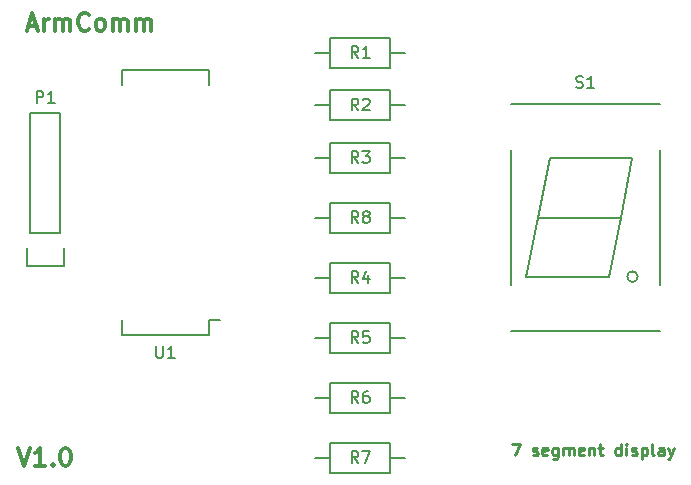
<source format=gto>
G04 #@! TF.FileFunction,Legend,Top*
%FSLAX46Y46*%
G04 Gerber Fmt 4.6, Leading zero omitted, Abs format (unit mm)*
G04 Created by KiCad (PCBNEW 4.0.1-stable) date 2016 September 03, Saturday 14:12:43*
%MOMM*%
G01*
G04 APERTURE LIST*
%ADD10C,0.100000*%
%ADD11C,0.300000*%
%ADD12C,0.250000*%
%ADD13C,0.150000*%
G04 APERTURE END LIST*
D10*
D11*
X111590000Y-87880000D02*
X112304286Y-87880000D01*
X111447143Y-88308571D02*
X111947143Y-86808571D01*
X112447143Y-88308571D01*
X112947143Y-88308571D02*
X112947143Y-87308571D01*
X112947143Y-87594286D02*
X113018571Y-87451429D01*
X113090000Y-87380000D01*
X113232857Y-87308571D01*
X113375714Y-87308571D01*
X113875714Y-88308571D02*
X113875714Y-87308571D01*
X113875714Y-87451429D02*
X113947142Y-87380000D01*
X114090000Y-87308571D01*
X114304285Y-87308571D01*
X114447142Y-87380000D01*
X114518571Y-87522857D01*
X114518571Y-88308571D01*
X114518571Y-87522857D02*
X114590000Y-87380000D01*
X114732857Y-87308571D01*
X114947142Y-87308571D01*
X115090000Y-87380000D01*
X115161428Y-87522857D01*
X115161428Y-88308571D01*
X116732857Y-88165714D02*
X116661428Y-88237143D01*
X116447142Y-88308571D01*
X116304285Y-88308571D01*
X116090000Y-88237143D01*
X115947142Y-88094286D01*
X115875714Y-87951429D01*
X115804285Y-87665714D01*
X115804285Y-87451429D01*
X115875714Y-87165714D01*
X115947142Y-87022857D01*
X116090000Y-86880000D01*
X116304285Y-86808571D01*
X116447142Y-86808571D01*
X116661428Y-86880000D01*
X116732857Y-86951429D01*
X117590000Y-88308571D02*
X117447142Y-88237143D01*
X117375714Y-88165714D01*
X117304285Y-88022857D01*
X117304285Y-87594286D01*
X117375714Y-87451429D01*
X117447142Y-87380000D01*
X117590000Y-87308571D01*
X117804285Y-87308571D01*
X117947142Y-87380000D01*
X118018571Y-87451429D01*
X118090000Y-87594286D01*
X118090000Y-88022857D01*
X118018571Y-88165714D01*
X117947142Y-88237143D01*
X117804285Y-88308571D01*
X117590000Y-88308571D01*
X118732857Y-88308571D02*
X118732857Y-87308571D01*
X118732857Y-87451429D02*
X118804285Y-87380000D01*
X118947143Y-87308571D01*
X119161428Y-87308571D01*
X119304285Y-87380000D01*
X119375714Y-87522857D01*
X119375714Y-88308571D01*
X119375714Y-87522857D02*
X119447143Y-87380000D01*
X119590000Y-87308571D01*
X119804285Y-87308571D01*
X119947143Y-87380000D01*
X120018571Y-87522857D01*
X120018571Y-88308571D01*
X120732857Y-88308571D02*
X120732857Y-87308571D01*
X120732857Y-87451429D02*
X120804285Y-87380000D01*
X120947143Y-87308571D01*
X121161428Y-87308571D01*
X121304285Y-87380000D01*
X121375714Y-87522857D01*
X121375714Y-88308571D01*
X121375714Y-87522857D02*
X121447143Y-87380000D01*
X121590000Y-87308571D01*
X121804285Y-87308571D01*
X121947143Y-87380000D01*
X122018571Y-87522857D01*
X122018571Y-88308571D01*
D12*
X152527856Y-123277381D02*
X153194523Y-123277381D01*
X152765951Y-124277381D01*
X154289761Y-124229762D02*
X154384999Y-124277381D01*
X154575475Y-124277381D01*
X154670714Y-124229762D01*
X154718333Y-124134524D01*
X154718333Y-124086905D01*
X154670714Y-123991667D01*
X154575475Y-123944048D01*
X154432618Y-123944048D01*
X154337380Y-123896429D01*
X154289761Y-123801190D01*
X154289761Y-123753571D01*
X154337380Y-123658333D01*
X154432618Y-123610714D01*
X154575475Y-123610714D01*
X154670714Y-123658333D01*
X155527857Y-124229762D02*
X155432619Y-124277381D01*
X155242142Y-124277381D01*
X155146904Y-124229762D01*
X155099285Y-124134524D01*
X155099285Y-123753571D01*
X155146904Y-123658333D01*
X155242142Y-123610714D01*
X155432619Y-123610714D01*
X155527857Y-123658333D01*
X155575476Y-123753571D01*
X155575476Y-123848810D01*
X155099285Y-123944048D01*
X156432619Y-123610714D02*
X156432619Y-124420238D01*
X156385000Y-124515476D01*
X156337381Y-124563095D01*
X156242142Y-124610714D01*
X156099285Y-124610714D01*
X156004047Y-124563095D01*
X156432619Y-124229762D02*
X156337381Y-124277381D01*
X156146904Y-124277381D01*
X156051666Y-124229762D01*
X156004047Y-124182143D01*
X155956428Y-124086905D01*
X155956428Y-123801190D01*
X156004047Y-123705952D01*
X156051666Y-123658333D01*
X156146904Y-123610714D01*
X156337381Y-123610714D01*
X156432619Y-123658333D01*
X156908809Y-124277381D02*
X156908809Y-123610714D01*
X156908809Y-123705952D02*
X156956428Y-123658333D01*
X157051666Y-123610714D01*
X157194524Y-123610714D01*
X157289762Y-123658333D01*
X157337381Y-123753571D01*
X157337381Y-124277381D01*
X157337381Y-123753571D02*
X157385000Y-123658333D01*
X157480238Y-123610714D01*
X157623095Y-123610714D01*
X157718333Y-123658333D01*
X157765952Y-123753571D01*
X157765952Y-124277381D01*
X158623095Y-124229762D02*
X158527857Y-124277381D01*
X158337380Y-124277381D01*
X158242142Y-124229762D01*
X158194523Y-124134524D01*
X158194523Y-123753571D01*
X158242142Y-123658333D01*
X158337380Y-123610714D01*
X158527857Y-123610714D01*
X158623095Y-123658333D01*
X158670714Y-123753571D01*
X158670714Y-123848810D01*
X158194523Y-123944048D01*
X159099285Y-123610714D02*
X159099285Y-124277381D01*
X159099285Y-123705952D02*
X159146904Y-123658333D01*
X159242142Y-123610714D01*
X159385000Y-123610714D01*
X159480238Y-123658333D01*
X159527857Y-123753571D01*
X159527857Y-124277381D01*
X159861190Y-123610714D02*
X160242142Y-123610714D01*
X160004047Y-123277381D02*
X160004047Y-124134524D01*
X160051666Y-124229762D01*
X160146904Y-124277381D01*
X160242142Y-124277381D01*
X161765953Y-124277381D02*
X161765953Y-123277381D01*
X161765953Y-124229762D02*
X161670715Y-124277381D01*
X161480238Y-124277381D01*
X161385000Y-124229762D01*
X161337381Y-124182143D01*
X161289762Y-124086905D01*
X161289762Y-123801190D01*
X161337381Y-123705952D01*
X161385000Y-123658333D01*
X161480238Y-123610714D01*
X161670715Y-123610714D01*
X161765953Y-123658333D01*
X162242143Y-124277381D02*
X162242143Y-123610714D01*
X162242143Y-123277381D02*
X162194524Y-123325000D01*
X162242143Y-123372619D01*
X162289762Y-123325000D01*
X162242143Y-123277381D01*
X162242143Y-123372619D01*
X162670714Y-124229762D02*
X162765952Y-124277381D01*
X162956428Y-124277381D01*
X163051667Y-124229762D01*
X163099286Y-124134524D01*
X163099286Y-124086905D01*
X163051667Y-123991667D01*
X162956428Y-123944048D01*
X162813571Y-123944048D01*
X162718333Y-123896429D01*
X162670714Y-123801190D01*
X162670714Y-123753571D01*
X162718333Y-123658333D01*
X162813571Y-123610714D01*
X162956428Y-123610714D01*
X163051667Y-123658333D01*
X163527857Y-123610714D02*
X163527857Y-124610714D01*
X163527857Y-123658333D02*
X163623095Y-123610714D01*
X163813572Y-123610714D01*
X163908810Y-123658333D01*
X163956429Y-123705952D01*
X164004048Y-123801190D01*
X164004048Y-124086905D01*
X163956429Y-124182143D01*
X163908810Y-124229762D01*
X163813572Y-124277381D01*
X163623095Y-124277381D01*
X163527857Y-124229762D01*
X164575476Y-124277381D02*
X164480238Y-124229762D01*
X164432619Y-124134524D01*
X164432619Y-123277381D01*
X165385001Y-124277381D02*
X165385001Y-123753571D01*
X165337382Y-123658333D01*
X165242144Y-123610714D01*
X165051667Y-123610714D01*
X164956429Y-123658333D01*
X165385001Y-124229762D02*
X165289763Y-124277381D01*
X165051667Y-124277381D01*
X164956429Y-124229762D01*
X164908810Y-124134524D01*
X164908810Y-124039286D01*
X164956429Y-123944048D01*
X165051667Y-123896429D01*
X165289763Y-123896429D01*
X165385001Y-123848810D01*
X165765953Y-123610714D02*
X166004048Y-124277381D01*
X166242144Y-123610714D02*
X166004048Y-124277381D01*
X165908810Y-124515476D01*
X165861191Y-124563095D01*
X165765953Y-124610714D01*
D11*
X110744286Y-123638571D02*
X111244286Y-125138571D01*
X111744286Y-123638571D01*
X113030000Y-125138571D02*
X112172857Y-125138571D01*
X112601429Y-125138571D02*
X112601429Y-123638571D01*
X112458572Y-123852857D01*
X112315714Y-123995714D01*
X112172857Y-124067143D01*
X113672857Y-124995714D02*
X113744285Y-125067143D01*
X113672857Y-125138571D01*
X113601428Y-125067143D01*
X113672857Y-124995714D01*
X113672857Y-125138571D01*
X114672857Y-123638571D02*
X114815714Y-123638571D01*
X114958571Y-123710000D01*
X115030000Y-123781429D01*
X115101429Y-123924286D01*
X115172857Y-124210000D01*
X115172857Y-124567143D01*
X115101429Y-124852857D01*
X115030000Y-124995714D01*
X114958571Y-125067143D01*
X114815714Y-125138571D01*
X114672857Y-125138571D01*
X114530000Y-125067143D01*
X114458571Y-124995714D01*
X114387143Y-124852857D01*
X114315714Y-124567143D01*
X114315714Y-124210000D01*
X114387143Y-123924286D01*
X114458571Y-123781429D01*
X114530000Y-123710000D01*
X114672857Y-123638571D01*
D13*
X114580000Y-106680000D02*
X114580000Y-108230000D01*
X114580000Y-108230000D02*
X111480000Y-108230000D01*
X111480000Y-108230000D02*
X111480000Y-106680000D01*
X111760000Y-105410000D02*
X111760000Y-95250000D01*
X111760000Y-95250000D02*
X114300000Y-95250000D01*
X114300000Y-95250000D02*
X114300000Y-105410000D01*
X111760000Y-105410000D02*
X114300000Y-105410000D01*
X137160000Y-88900000D02*
X142240000Y-88900000D01*
X142240000Y-88900000D02*
X142240000Y-91440000D01*
X142240000Y-91440000D02*
X137160000Y-91440000D01*
X137160000Y-91440000D02*
X137160000Y-88900000D01*
X137160000Y-90170000D02*
X135890000Y-90170000D01*
X142240000Y-90170000D02*
X143510000Y-90170000D01*
X137160000Y-93345000D02*
X142240000Y-93345000D01*
X142240000Y-93345000D02*
X142240000Y-95885000D01*
X142240000Y-95885000D02*
X137160000Y-95885000D01*
X137160000Y-95885000D02*
X137160000Y-93345000D01*
X137160000Y-94615000D02*
X135890000Y-94615000D01*
X142240000Y-94615000D02*
X143510000Y-94615000D01*
X137160000Y-97790000D02*
X142240000Y-97790000D01*
X142240000Y-97790000D02*
X142240000Y-100330000D01*
X142240000Y-100330000D02*
X137160000Y-100330000D01*
X137160000Y-100330000D02*
X137160000Y-97790000D01*
X137160000Y-99060000D02*
X135890000Y-99060000D01*
X142240000Y-99060000D02*
X143510000Y-99060000D01*
X137160000Y-107950000D02*
X142240000Y-107950000D01*
X142240000Y-107950000D02*
X142240000Y-110490000D01*
X142240000Y-110490000D02*
X137160000Y-110490000D01*
X137160000Y-110490000D02*
X137160000Y-107950000D01*
X137160000Y-109220000D02*
X135890000Y-109220000D01*
X142240000Y-109220000D02*
X143510000Y-109220000D01*
X137160000Y-113030000D02*
X142240000Y-113030000D01*
X142240000Y-113030000D02*
X142240000Y-115570000D01*
X142240000Y-115570000D02*
X137160000Y-115570000D01*
X137160000Y-115570000D02*
X137160000Y-113030000D01*
X137160000Y-114300000D02*
X135890000Y-114300000D01*
X142240000Y-114300000D02*
X143510000Y-114300000D01*
X137160000Y-118110000D02*
X142240000Y-118110000D01*
X142240000Y-118110000D02*
X142240000Y-120650000D01*
X142240000Y-120650000D02*
X137160000Y-120650000D01*
X137160000Y-120650000D02*
X137160000Y-118110000D01*
X137160000Y-119380000D02*
X135890000Y-119380000D01*
X142240000Y-119380000D02*
X143510000Y-119380000D01*
X137160000Y-123190000D02*
X142240000Y-123190000D01*
X142240000Y-123190000D02*
X142240000Y-125730000D01*
X142240000Y-125730000D02*
X137160000Y-125730000D01*
X137160000Y-125730000D02*
X137160000Y-123190000D01*
X137160000Y-124460000D02*
X135890000Y-124460000D01*
X142240000Y-124460000D02*
X143510000Y-124460000D01*
X137160000Y-102870000D02*
X142240000Y-102870000D01*
X142240000Y-102870000D02*
X142240000Y-105410000D01*
X142240000Y-105410000D02*
X137160000Y-105410000D01*
X137160000Y-105410000D02*
X137160000Y-102870000D01*
X137160000Y-104140000D02*
X135890000Y-104140000D01*
X142240000Y-104140000D02*
X143510000Y-104140000D01*
X163197214Y-109140000D02*
G75*
G03X163197214Y-109140000I-447214J0D01*
G01*
X155750000Y-99140000D02*
X154750000Y-104140000D01*
X154750000Y-104140000D02*
X153750000Y-109140000D01*
X153750000Y-109140000D02*
X160750000Y-109140000D01*
X160750000Y-109140000D02*
X161750000Y-104140000D01*
X162750000Y-99140000D02*
X161750000Y-104140000D01*
X161750000Y-104140000D02*
X154750000Y-104140000D01*
X155750000Y-99140000D02*
X162750000Y-99140000D01*
X165050000Y-113740000D02*
X152450000Y-113740000D01*
X152450000Y-98440000D02*
X152450000Y-109840000D01*
X165050000Y-98440000D02*
X165050000Y-109840000D01*
X152450000Y-94540000D02*
X165050000Y-94540000D01*
X126865000Y-114055000D02*
X126865000Y-112785000D01*
X119515000Y-114055000D02*
X119515000Y-112785000D01*
X119515000Y-91685000D02*
X119515000Y-92955000D01*
X126865000Y-91685000D02*
X126865000Y-92955000D01*
X126865000Y-114055000D02*
X119515000Y-114055000D01*
X126865000Y-91685000D02*
X119515000Y-91685000D01*
X126865000Y-112785000D02*
X127800000Y-112785000D01*
X112291905Y-94432381D02*
X112291905Y-93432381D01*
X112672858Y-93432381D01*
X112768096Y-93480000D01*
X112815715Y-93527619D01*
X112863334Y-93622857D01*
X112863334Y-93765714D01*
X112815715Y-93860952D01*
X112768096Y-93908571D01*
X112672858Y-93956190D01*
X112291905Y-93956190D01*
X113815715Y-94432381D02*
X113244286Y-94432381D01*
X113530000Y-94432381D02*
X113530000Y-93432381D01*
X113434762Y-93575238D01*
X113339524Y-93670476D01*
X113244286Y-93718095D01*
X139533334Y-90622381D02*
X139200000Y-90146190D01*
X138961905Y-90622381D02*
X138961905Y-89622381D01*
X139342858Y-89622381D01*
X139438096Y-89670000D01*
X139485715Y-89717619D01*
X139533334Y-89812857D01*
X139533334Y-89955714D01*
X139485715Y-90050952D01*
X139438096Y-90098571D01*
X139342858Y-90146190D01*
X138961905Y-90146190D01*
X140485715Y-90622381D02*
X139914286Y-90622381D01*
X140200000Y-90622381D02*
X140200000Y-89622381D01*
X140104762Y-89765238D01*
X140009524Y-89860476D01*
X139914286Y-89908095D01*
X139533334Y-95067381D02*
X139200000Y-94591190D01*
X138961905Y-95067381D02*
X138961905Y-94067381D01*
X139342858Y-94067381D01*
X139438096Y-94115000D01*
X139485715Y-94162619D01*
X139533334Y-94257857D01*
X139533334Y-94400714D01*
X139485715Y-94495952D01*
X139438096Y-94543571D01*
X139342858Y-94591190D01*
X138961905Y-94591190D01*
X139914286Y-94162619D02*
X139961905Y-94115000D01*
X140057143Y-94067381D01*
X140295239Y-94067381D01*
X140390477Y-94115000D01*
X140438096Y-94162619D01*
X140485715Y-94257857D01*
X140485715Y-94353095D01*
X140438096Y-94495952D01*
X139866667Y-95067381D01*
X140485715Y-95067381D01*
X139533334Y-99512381D02*
X139200000Y-99036190D01*
X138961905Y-99512381D02*
X138961905Y-98512381D01*
X139342858Y-98512381D01*
X139438096Y-98560000D01*
X139485715Y-98607619D01*
X139533334Y-98702857D01*
X139533334Y-98845714D01*
X139485715Y-98940952D01*
X139438096Y-98988571D01*
X139342858Y-99036190D01*
X138961905Y-99036190D01*
X139866667Y-98512381D02*
X140485715Y-98512381D01*
X140152381Y-98893333D01*
X140295239Y-98893333D01*
X140390477Y-98940952D01*
X140438096Y-98988571D01*
X140485715Y-99083810D01*
X140485715Y-99321905D01*
X140438096Y-99417143D01*
X140390477Y-99464762D01*
X140295239Y-99512381D01*
X140009524Y-99512381D01*
X139914286Y-99464762D01*
X139866667Y-99417143D01*
X139533334Y-109672381D02*
X139200000Y-109196190D01*
X138961905Y-109672381D02*
X138961905Y-108672381D01*
X139342858Y-108672381D01*
X139438096Y-108720000D01*
X139485715Y-108767619D01*
X139533334Y-108862857D01*
X139533334Y-109005714D01*
X139485715Y-109100952D01*
X139438096Y-109148571D01*
X139342858Y-109196190D01*
X138961905Y-109196190D01*
X140390477Y-109005714D02*
X140390477Y-109672381D01*
X140152381Y-108624762D02*
X139914286Y-109339048D01*
X140533334Y-109339048D01*
X139533334Y-114752381D02*
X139200000Y-114276190D01*
X138961905Y-114752381D02*
X138961905Y-113752381D01*
X139342858Y-113752381D01*
X139438096Y-113800000D01*
X139485715Y-113847619D01*
X139533334Y-113942857D01*
X139533334Y-114085714D01*
X139485715Y-114180952D01*
X139438096Y-114228571D01*
X139342858Y-114276190D01*
X138961905Y-114276190D01*
X140438096Y-113752381D02*
X139961905Y-113752381D01*
X139914286Y-114228571D01*
X139961905Y-114180952D01*
X140057143Y-114133333D01*
X140295239Y-114133333D01*
X140390477Y-114180952D01*
X140438096Y-114228571D01*
X140485715Y-114323810D01*
X140485715Y-114561905D01*
X140438096Y-114657143D01*
X140390477Y-114704762D01*
X140295239Y-114752381D01*
X140057143Y-114752381D01*
X139961905Y-114704762D01*
X139914286Y-114657143D01*
X139533334Y-119832381D02*
X139200000Y-119356190D01*
X138961905Y-119832381D02*
X138961905Y-118832381D01*
X139342858Y-118832381D01*
X139438096Y-118880000D01*
X139485715Y-118927619D01*
X139533334Y-119022857D01*
X139533334Y-119165714D01*
X139485715Y-119260952D01*
X139438096Y-119308571D01*
X139342858Y-119356190D01*
X138961905Y-119356190D01*
X140390477Y-118832381D02*
X140200000Y-118832381D01*
X140104762Y-118880000D01*
X140057143Y-118927619D01*
X139961905Y-119070476D01*
X139914286Y-119260952D01*
X139914286Y-119641905D01*
X139961905Y-119737143D01*
X140009524Y-119784762D01*
X140104762Y-119832381D01*
X140295239Y-119832381D01*
X140390477Y-119784762D01*
X140438096Y-119737143D01*
X140485715Y-119641905D01*
X140485715Y-119403810D01*
X140438096Y-119308571D01*
X140390477Y-119260952D01*
X140295239Y-119213333D01*
X140104762Y-119213333D01*
X140009524Y-119260952D01*
X139961905Y-119308571D01*
X139914286Y-119403810D01*
X139533334Y-124912381D02*
X139200000Y-124436190D01*
X138961905Y-124912381D02*
X138961905Y-123912381D01*
X139342858Y-123912381D01*
X139438096Y-123960000D01*
X139485715Y-124007619D01*
X139533334Y-124102857D01*
X139533334Y-124245714D01*
X139485715Y-124340952D01*
X139438096Y-124388571D01*
X139342858Y-124436190D01*
X138961905Y-124436190D01*
X139866667Y-123912381D02*
X140533334Y-123912381D01*
X140104762Y-124912381D01*
X139533334Y-104592381D02*
X139200000Y-104116190D01*
X138961905Y-104592381D02*
X138961905Y-103592381D01*
X139342858Y-103592381D01*
X139438096Y-103640000D01*
X139485715Y-103687619D01*
X139533334Y-103782857D01*
X139533334Y-103925714D01*
X139485715Y-104020952D01*
X139438096Y-104068571D01*
X139342858Y-104116190D01*
X138961905Y-104116190D01*
X140104762Y-104020952D02*
X140009524Y-103973333D01*
X139961905Y-103925714D01*
X139914286Y-103830476D01*
X139914286Y-103782857D01*
X139961905Y-103687619D01*
X140009524Y-103640000D01*
X140104762Y-103592381D01*
X140295239Y-103592381D01*
X140390477Y-103640000D01*
X140438096Y-103687619D01*
X140485715Y-103782857D01*
X140485715Y-103830476D01*
X140438096Y-103925714D01*
X140390477Y-103973333D01*
X140295239Y-104020952D01*
X140104762Y-104020952D01*
X140009524Y-104068571D01*
X139961905Y-104116190D01*
X139914286Y-104211429D01*
X139914286Y-104401905D01*
X139961905Y-104497143D01*
X140009524Y-104544762D01*
X140104762Y-104592381D01*
X140295239Y-104592381D01*
X140390477Y-104544762D01*
X140438096Y-104497143D01*
X140485715Y-104401905D01*
X140485715Y-104211429D01*
X140438096Y-104116190D01*
X140390477Y-104068571D01*
X140295239Y-104020952D01*
X157988095Y-93114762D02*
X158130952Y-93162381D01*
X158369048Y-93162381D01*
X158464286Y-93114762D01*
X158511905Y-93067143D01*
X158559524Y-92971905D01*
X158559524Y-92876667D01*
X158511905Y-92781429D01*
X158464286Y-92733810D01*
X158369048Y-92686190D01*
X158178571Y-92638571D01*
X158083333Y-92590952D01*
X158035714Y-92543333D01*
X157988095Y-92448095D01*
X157988095Y-92352857D01*
X158035714Y-92257619D01*
X158083333Y-92210000D01*
X158178571Y-92162381D01*
X158416667Y-92162381D01*
X158559524Y-92210000D01*
X159511905Y-93162381D02*
X158940476Y-93162381D01*
X159226190Y-93162381D02*
X159226190Y-92162381D01*
X159130952Y-92305238D01*
X159035714Y-92400476D01*
X158940476Y-92448095D01*
X122428095Y-115022381D02*
X122428095Y-115831905D01*
X122475714Y-115927143D01*
X122523333Y-115974762D01*
X122618571Y-116022381D01*
X122809048Y-116022381D01*
X122904286Y-115974762D01*
X122951905Y-115927143D01*
X122999524Y-115831905D01*
X122999524Y-115022381D01*
X123999524Y-116022381D02*
X123428095Y-116022381D01*
X123713809Y-116022381D02*
X123713809Y-115022381D01*
X123618571Y-115165238D01*
X123523333Y-115260476D01*
X123428095Y-115308095D01*
M02*

</source>
